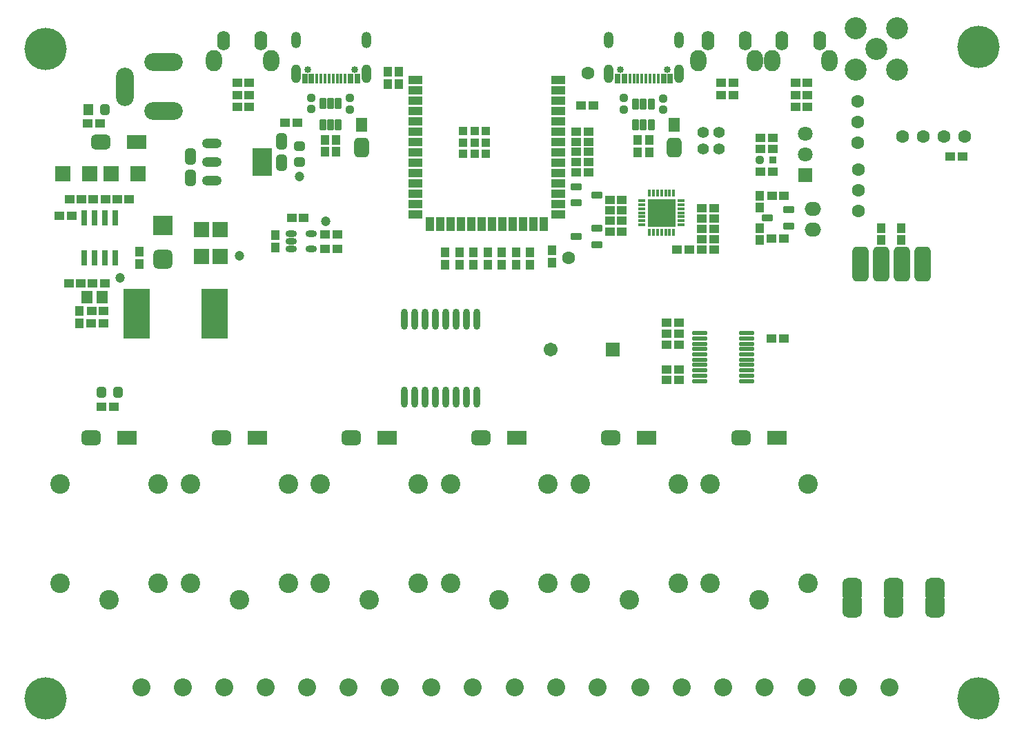
<source format=gts>
G04*
G04 #@! TF.GenerationSoftware,Altium Limited,Altium Designer,21.2.1 (34)*
G04*
G04 Layer_Color=8388736*
%FSTAX24Y24*%
%MOIN*%
G70*
G04*
G04 #@! TF.SameCoordinates,6CF6E2E0-1279-4785-91C8-ECC7A25CC669*
G04*
G04*
G04 #@! TF.FilePolarity,Negative*
G04*
G01*
G75*
G04:AMPARAMS|DCode=56|XSize=45.3mil|YSize=53.1mil|CornerRadius=12.8mil|HoleSize=0mil|Usage=FLASHONLY|Rotation=0.000|XOffset=0mil|YOffset=0mil|HoleType=Round|Shape=RoundedRectangle|*
%AMROUNDEDRECTD56*
21,1,0.0453,0.0276,0,0,0.0*
21,1,0.0197,0.0531,0,0,0.0*
1,1,0.0256,0.0098,-0.0138*
1,1,0.0256,-0.0098,-0.0138*
1,1,0.0256,-0.0098,0.0138*
1,1,0.0256,0.0098,0.0138*
%
%ADD56ROUNDEDRECTD56*%
%ADD57R,0.0453X0.0531*%
%ADD58R,0.0454X0.0434*%
%ADD59R,0.0434X0.0454*%
G04:AMPARAMS|DCode=60|XSize=35.4mil|YSize=55.1mil|CornerRadius=10.8mil|HoleSize=0mil|Usage=FLASHONLY|Rotation=270.000|XOffset=0mil|YOffset=0mil|HoleType=Round|Shape=RoundedRectangle|*
%AMROUNDEDRECTD60*
21,1,0.0354,0.0335,0,0,270.0*
21,1,0.0138,0.0551,0,0,270.0*
1,1,0.0217,-0.0167,-0.0069*
1,1,0.0217,-0.0167,0.0069*
1,1,0.0217,0.0167,0.0069*
1,1,0.0217,0.0167,-0.0069*
%
%ADD60ROUNDEDRECTD60*%
%ADD61R,0.0374X0.0374*%
G04:AMPARAMS|DCode=62|XSize=37.4mil|YSize=37.4mil|CornerRadius=10.8mil|HoleSize=0mil|Usage=FLASHONLY|Rotation=180.000|XOffset=0mil|YOffset=0mil|HoleType=Round|Shape=RoundedRectangle|*
%AMROUNDEDRECTD62*
21,1,0.0374,0.0157,0,0,180.0*
21,1,0.0157,0.0374,0,0,180.0*
1,1,0.0217,-0.0079,0.0079*
1,1,0.0217,0.0079,0.0079*
1,1,0.0217,0.0079,-0.0079*
1,1,0.0217,-0.0079,-0.0079*
%
%ADD62ROUNDEDRECTD62*%
%ADD63R,0.0158X0.0493*%
%ADD64R,0.0276X0.0493*%
G04:AMPARAMS|DCode=65|XSize=56mil|YSize=32.4mil|CornerRadius=7.7mil|HoleSize=0mil|Usage=FLASHONLY|Rotation=90.000|XOffset=0mil|YOffset=0mil|HoleType=Round|Shape=RoundedRectangle|*
%AMROUNDEDRECTD65*
21,1,0.0560,0.0171,0,0,90.0*
21,1,0.0407,0.0324,0,0,90.0*
1,1,0.0153,0.0085,0.0204*
1,1,0.0153,0.0085,-0.0204*
1,1,0.0153,-0.0085,-0.0204*
1,1,0.0153,-0.0085,0.0204*
%
%ADD65ROUNDEDRECTD65*%
%ADD66R,0.0551X0.0709*%
G04:AMPARAMS|DCode=67|XSize=70.9mil|YSize=94.5mil|CornerRadius=19.7mil|HoleSize=0mil|Usage=FLASHONLY|Rotation=0.000|XOffset=0mil|YOffset=0mil|HoleType=Round|Shape=RoundedRectangle|*
%AMROUNDEDRECTD67*
21,1,0.0709,0.0551,0,0,0.0*
21,1,0.0315,0.0945,0,0,0.0*
1,1,0.0394,0.0157,-0.0276*
1,1,0.0394,-0.0157,-0.0276*
1,1,0.0394,-0.0157,0.0276*
1,1,0.0394,0.0157,0.0276*
%
%ADD67ROUNDEDRECTD67*%
%ADD68O,0.0157X0.0374*%
%ADD69O,0.0374X0.0157*%
%ADD70R,0.1319X0.1319*%
%ADD71C,0.0474*%
%ADD72R,0.0749X0.0749*%
%ADD73O,0.0946X0.0474*%
%ADD74R,0.0946X0.1340*%
%ADD75R,0.0316X0.0749*%
%ADD76R,0.0552X0.0631*%
%ADD77R,0.1261X0.2442*%
%ADD78R,0.0946X0.0710*%
G04:AMPARAMS|DCode=79|XSize=71mil|YSize=94.6mil|CornerRadius=19.7mil|HoleSize=0mil|Usage=FLASHONLY|Rotation=270.000|XOffset=0mil|YOffset=0mil|HoleType=Round|Shape=RoundedRectangle|*
%AMROUNDEDRECTD79*
21,1,0.0710,0.0551,0,0,270.0*
21,1,0.0315,0.0946,0,0,270.0*
1,1,0.0395,-0.0276,-0.0157*
1,1,0.0395,-0.0276,0.0157*
1,1,0.0395,0.0276,0.0157*
1,1,0.0395,0.0276,-0.0157*
%
%ADD79ROUNDEDRECTD79*%
%ADD80R,0.0946X0.0946*%
G04:AMPARAMS|DCode=81|XSize=94.6mil|YSize=94.6mil|CornerRadius=25.7mil|HoleSize=0mil|Usage=FLASHONLY|Rotation=0.000|XOffset=0mil|YOffset=0mil|HoleType=Round|Shape=RoundedRectangle|*
%AMROUNDEDRECTD81*
21,1,0.0946,0.0433,0,0,0.0*
21,1,0.0433,0.0946,0,0,0.0*
1,1,0.0513,0.0217,-0.0217*
1,1,0.0513,-0.0217,-0.0217*
1,1,0.0513,-0.0217,0.0217*
1,1,0.0513,0.0217,0.0217*
%
%ADD81ROUNDEDRECTD81*%
%ADD82R,0.0749X0.0749*%
G04:AMPARAMS|DCode=83|XSize=53.1mil|YSize=76.8mil|CornerRadius=14.8mil|HoleSize=0mil|Usage=FLASHONLY|Rotation=180.000|XOffset=0mil|YOffset=0mil|HoleType=Round|Shape=RoundedRectangle|*
%AMROUNDEDRECTD83*
21,1,0.0531,0.0472,0,0,180.0*
21,1,0.0236,0.0768,0,0,180.0*
1,1,0.0295,-0.0118,0.0236*
1,1,0.0295,0.0118,0.0236*
1,1,0.0295,0.0118,-0.0236*
1,1,0.0295,-0.0118,-0.0236*
%
%ADD83ROUNDEDRECTD83*%
G04:AMPARAMS|DCode=84|XSize=45.3mil|YSize=53.1mil|CornerRadius=12.8mil|HoleSize=0mil|Usage=FLASHONLY|Rotation=90.000|XOffset=0mil|YOffset=0mil|HoleType=Round|Shape=RoundedRectangle|*
%AMROUNDEDRECTD84*
21,1,0.0453,0.0276,0,0,90.0*
21,1,0.0197,0.0531,0,0,90.0*
1,1,0.0256,0.0138,0.0098*
1,1,0.0256,0.0138,-0.0098*
1,1,0.0256,-0.0138,-0.0098*
1,1,0.0256,-0.0138,0.0098*
%
%ADD84ROUNDEDRECTD84*%
%ADD85O,0.0768X0.0217*%
%ADD86O,0.0316X0.1025*%
%ADD87R,0.0434X0.0671*%
%ADD88R,0.0671X0.0434*%
%ADD89R,0.0434X0.0434*%
%ADD90O,0.0552X0.0316*%
%ADD91C,0.0630*%
%ADD92O,0.0789X0.0671*%
%ADD93C,0.0552*%
%ADD94C,0.0710*%
%ADD95R,0.0710X0.0710*%
%ADD96O,0.0474X0.0906*%
%ADD97O,0.0474X0.0788*%
%ADD98C,0.0336*%
%ADD99C,0.2047*%
%ADD100O,0.0787X0.1024*%
%ADD101O,0.0630X0.0945*%
%ADD102C,0.0671*%
%ADD103R,0.0671X0.0671*%
%ADD104O,0.1852X0.0867*%
%ADD105O,0.0867X0.1852*%
%ADD106C,0.0867*%
%ADD107C,0.1064*%
%ADD108C,0.0945*%
G04:AMPARAMS|DCode=109|XSize=110.4mil|YSize=94.6mil|CornerRadius=25.7mil|HoleSize=0mil|Usage=FLASHONLY|Rotation=270.000|XOffset=0mil|YOffset=0mil|HoleType=Round|Shape=RoundedRectangle|*
%AMROUNDEDRECTD109*
21,1,0.1104,0.0433,0,0,270.0*
21,1,0.0591,0.0946,0,0,270.0*
1,1,0.0513,-0.0217,-0.0295*
1,1,0.0513,-0.0217,0.0295*
1,1,0.0513,0.0217,0.0295*
1,1,0.0513,0.0217,-0.0295*
%
%ADD109ROUNDEDRECTD109*%
G04:AMPARAMS|DCode=110|XSize=102.5mil|YSize=78.9mil|CornerRadius=21.7mil|HoleSize=0mil|Usage=FLASHONLY|Rotation=270.000|XOffset=0mil|YOffset=0mil|HoleType=Round|Shape=RoundedRectangle|*
%AMROUNDEDRECTD110*
21,1,0.1025,0.0354,0,0,270.0*
21,1,0.0591,0.0789,0,0,270.0*
1,1,0.0434,-0.0177,-0.0295*
1,1,0.0434,-0.0177,0.0295*
1,1,0.0434,0.0177,0.0295*
1,1,0.0434,0.0177,-0.0295*
%
%ADD110ROUNDEDRECTD110*%
D56*
X031831Y049693D02*
D03*
X032461Y036031D02*
D03*
X031673D02*
D03*
D57*
X031043Y049693D02*
D03*
D58*
X031614Y049023D02*
D03*
X031024D02*
D03*
X064646Y043472D02*
D03*
X064055D02*
D03*
X064655Y045538D02*
D03*
X064064D02*
D03*
X063524Y048315D02*
D03*
X064114D02*
D03*
X063524Y047803D02*
D03*
X064114D02*
D03*
Y0467D02*
D03*
X063524D02*
D03*
X054843Y049889D02*
D03*
X055433D02*
D03*
X055197Y04863D02*
D03*
X054606D02*
D03*
X055197Y048137D02*
D03*
X054606D02*
D03*
X055197Y047645D02*
D03*
X054606D02*
D03*
X055197Y047153D02*
D03*
X054606D02*
D03*
X055197Y046661D02*
D03*
X054606D02*
D03*
X072677Y047409D02*
D03*
X073268D02*
D03*
X04114Y049068D02*
D03*
X040549D02*
D03*
X031788Y03995D02*
D03*
X031197D02*
D03*
X030127Y04535D02*
D03*
X030718D02*
D03*
X031277D02*
D03*
X031868D02*
D03*
X031188Y039357D02*
D03*
X031778D02*
D03*
X030245Y04455D02*
D03*
X029655D02*
D03*
X031247Y0413D02*
D03*
X031838D02*
D03*
X030688D02*
D03*
X030097D02*
D03*
X032427Y04535D02*
D03*
X033018D02*
D03*
X031671Y035324D02*
D03*
X032262D02*
D03*
X038819Y049811D02*
D03*
X038228D02*
D03*
X065787D02*
D03*
X065197D02*
D03*
X038228Y050401D02*
D03*
X038819D02*
D03*
X038228Y050992D02*
D03*
X038819D02*
D03*
X065197Y050401D02*
D03*
X065787D02*
D03*
X065197Y050992D02*
D03*
X065787D02*
D03*
X061614Y050401D02*
D03*
X062205D02*
D03*
X061614Y050992D02*
D03*
X062205D02*
D03*
X064055Y03863D02*
D03*
X064646D02*
D03*
X059577Y036622D02*
D03*
X058986D02*
D03*
X058976Y037133D02*
D03*
X059567D02*
D03*
Y038315D02*
D03*
X058976D02*
D03*
X059567Y038866D02*
D03*
X058976D02*
D03*
X059567Y039378D02*
D03*
X058976D02*
D03*
X061277Y042931D02*
D03*
X060687D02*
D03*
X060677Y043433D02*
D03*
X061267D02*
D03*
X060677Y043935D02*
D03*
X061267D02*
D03*
X061277Y044437D02*
D03*
X060687D02*
D03*
X061267Y044939D02*
D03*
X060677D02*
D03*
X056819Y045333D02*
D03*
X056228D02*
D03*
X056819Y044821D02*
D03*
X056228D02*
D03*
X056819Y044309D02*
D03*
X056228D02*
D03*
X056819Y043797D02*
D03*
X056228D02*
D03*
X060079Y042921D02*
D03*
X059488D02*
D03*
X041457Y044456D02*
D03*
X040866D02*
D03*
X043071Y043669D02*
D03*
X04248D02*
D03*
X043071Y04296D02*
D03*
X04248D02*
D03*
D59*
X063484Y043964D02*
D03*
Y043374D02*
D03*
Y045539D02*
D03*
Y044948D02*
D03*
X043012Y048236D02*
D03*
Y047645D02*
D03*
X042461Y048236D02*
D03*
Y047645D02*
D03*
X053431Y042301D02*
D03*
Y042891D02*
D03*
X046029Y050926D02*
D03*
Y051517D02*
D03*
X045492Y050933D02*
D03*
Y051523D02*
D03*
X03061Y039948D02*
D03*
Y039358D02*
D03*
X033521Y042235D02*
D03*
Y042826D02*
D03*
X06935Y043964D02*
D03*
Y043374D02*
D03*
X070295Y043964D02*
D03*
Y043374D02*
D03*
X052382Y042193D02*
D03*
Y042783D02*
D03*
X051699Y042191D02*
D03*
Y042782D02*
D03*
X051017Y042191D02*
D03*
Y042782D02*
D03*
X050335Y042191D02*
D03*
Y042782D02*
D03*
X049652Y042191D02*
D03*
Y042782D02*
D03*
X04897Y042191D02*
D03*
Y042782D02*
D03*
X048287Y042193D02*
D03*
Y042783D02*
D03*
X05813Y048216D02*
D03*
Y047626D02*
D03*
X057579Y048216D02*
D03*
Y047626D02*
D03*
X040059Y04361D02*
D03*
Y043019D02*
D03*
D60*
X064862Y044063D02*
D03*
Y04485D02*
D03*
X063839Y044456D02*
D03*
X055618Y045569D02*
D03*
X054594Y045175D02*
D03*
Y045963D02*
D03*
Y043561D02*
D03*
X055618Y043955D02*
D03*
Y043167D02*
D03*
D61*
X064094Y047252D02*
D03*
D62*
X063465D02*
D03*
X043676Y050256D02*
D03*
Y049705D02*
D03*
X041791Y050263D02*
D03*
Y049712D02*
D03*
X058794Y050236D02*
D03*
Y049685D02*
D03*
X056909Y050244D02*
D03*
Y049693D02*
D03*
D63*
X042863Y051191D02*
D03*
X04247D02*
D03*
X04306D02*
D03*
X042666D02*
D03*
X042076D02*
D03*
X043257D02*
D03*
X043454D02*
D03*
X042273D02*
D03*
X057981D02*
D03*
X057588D02*
D03*
X058178D02*
D03*
X057785D02*
D03*
X057194D02*
D03*
X058375D02*
D03*
X058572D02*
D03*
X057391D02*
D03*
D64*
X04371D02*
D03*
X04182D02*
D03*
X041505D02*
D03*
X044025D02*
D03*
X058828D02*
D03*
X056938D02*
D03*
X056623D02*
D03*
X059143D02*
D03*
D65*
X04311Y049988D02*
D03*
X042736D02*
D03*
X042362D02*
D03*
Y048964D02*
D03*
X042736D02*
D03*
X04311D02*
D03*
X058228Y049968D02*
D03*
X057854D02*
D03*
X05748D02*
D03*
Y048944D02*
D03*
X057854D02*
D03*
X058228D02*
D03*
D66*
X044232Y048964D02*
D03*
X05935Y048944D02*
D03*
D67*
X044232Y047862D02*
D03*
X05935Y047842D02*
D03*
D68*
X058137Y043758D02*
D03*
X058334D02*
D03*
X058531D02*
D03*
X058728D02*
D03*
X058925D02*
D03*
X059122D02*
D03*
X059319D02*
D03*
Y045648D02*
D03*
X059122D02*
D03*
X058925D02*
D03*
X058728D02*
D03*
X058531D02*
D03*
X058334D02*
D03*
X058137D02*
D03*
D69*
X059673Y044112D02*
D03*
Y044309D02*
D03*
Y044506D02*
D03*
Y044703D02*
D03*
Y0449D02*
D03*
Y045096D02*
D03*
Y045293D02*
D03*
X057783D02*
D03*
Y045096D02*
D03*
Y0449D02*
D03*
Y044703D02*
D03*
Y044506D02*
D03*
Y044309D02*
D03*
Y044112D02*
D03*
D70*
X058728Y044703D02*
D03*
D71*
X0425Y044299D02*
D03*
X038327Y042606D02*
D03*
X032579Y041543D02*
D03*
X04124Y046464D02*
D03*
D72*
X03215Y0466D02*
D03*
X03345D02*
D03*
X0298D02*
D03*
X0311D02*
D03*
D73*
X037007Y048051D02*
D03*
Y047146D02*
D03*
Y04624D02*
D03*
D74*
X039448Y047146D02*
D03*
D75*
X03085Y042535D02*
D03*
X03135D02*
D03*
X03185D02*
D03*
X03235D02*
D03*
X03085Y044465D02*
D03*
X03135D02*
D03*
X03185D02*
D03*
X03235D02*
D03*
D76*
X030967Y040624D02*
D03*
X031715D02*
D03*
D77*
X033366Y039811D02*
D03*
X037146D02*
D03*
D78*
X033366Y048118D02*
D03*
X032916Y033835D02*
D03*
X039193D02*
D03*
X051745D02*
D03*
X058022D02*
D03*
X064298D02*
D03*
X045469D02*
D03*
D79*
X031634Y048118D02*
D03*
X031184Y033835D02*
D03*
X03746D02*
D03*
X050013D02*
D03*
X05629D02*
D03*
X062566D02*
D03*
X043737D02*
D03*
D80*
X034626Y044102D02*
D03*
D81*
Y042448D02*
D03*
D82*
X036497Y043876D02*
D03*
Y042577D02*
D03*
X037407Y043876D02*
D03*
Y042577D02*
D03*
D83*
X040374Y048157D02*
D03*
Y047133D02*
D03*
X035977Y046402D02*
D03*
Y047426D02*
D03*
D84*
X041225Y047145D02*
D03*
Y047932D02*
D03*
D85*
X060571Y038876D02*
D03*
Y03862D02*
D03*
Y038364D02*
D03*
Y038108D02*
D03*
Y037852D02*
D03*
Y037596D02*
D03*
Y03734D02*
D03*
Y037084D02*
D03*
Y036828D02*
D03*
Y036572D02*
D03*
X062854Y038876D02*
D03*
Y03862D02*
D03*
Y038364D02*
D03*
Y038108D02*
D03*
Y037852D02*
D03*
Y037596D02*
D03*
Y03734D02*
D03*
Y037084D02*
D03*
Y036828D02*
D03*
Y036572D02*
D03*
D86*
X048821Y039555D02*
D03*
X046821Y035775D02*
D03*
X048821D02*
D03*
X046321Y039555D02*
D03*
X049821Y035775D02*
D03*
X046821Y039555D02*
D03*
X049321D02*
D03*
X047321D02*
D03*
X047821D02*
D03*
X048321Y035775D02*
D03*
X047321D02*
D03*
X046321D02*
D03*
X048321Y039555D02*
D03*
X047821Y035775D02*
D03*
X049321D02*
D03*
X049821Y039555D02*
D03*
D87*
X053045Y044141D02*
D03*
X052545D02*
D03*
X052045D02*
D03*
X051545D02*
D03*
X051045D02*
D03*
X050545D02*
D03*
X050045D02*
D03*
X049545D02*
D03*
X049045D02*
D03*
X048545D02*
D03*
X048045D02*
D03*
X047545D02*
D03*
D88*
X05374Y051133D02*
D03*
Y050633D02*
D03*
Y050133D02*
D03*
Y049633D02*
D03*
Y049133D02*
D03*
Y048633D02*
D03*
Y048133D02*
D03*
Y047633D02*
D03*
Y047133D02*
D03*
Y046633D02*
D03*
Y046133D02*
D03*
Y045633D02*
D03*
Y045133D02*
D03*
Y044633D02*
D03*
X04685D02*
D03*
Y045133D02*
D03*
Y045633D02*
D03*
Y046133D02*
D03*
Y046633D02*
D03*
Y047133D02*
D03*
Y047633D02*
D03*
Y048133D02*
D03*
Y048633D02*
D03*
Y049133D02*
D03*
Y049633D02*
D03*
Y050133D02*
D03*
Y050633D02*
D03*
Y051133D02*
D03*
D89*
X050256Y048645D02*
D03*
X049705D02*
D03*
X049154D02*
D03*
X050256Y047543D02*
D03*
X049705D02*
D03*
X049154D02*
D03*
X050256Y048094D02*
D03*
X049154D02*
D03*
X049705D02*
D03*
D90*
X041791Y042941D02*
D03*
X040846Y043315D02*
D03*
Y043689D02*
D03*
Y042941D02*
D03*
X041791Y043689D02*
D03*
D91*
X054232Y042527D02*
D03*
X068211Y0481D02*
D03*
Y0491D02*
D03*
Y0501D02*
D03*
X06825Y046786D02*
D03*
Y045786D02*
D03*
Y044786D02*
D03*
X055177Y051464D02*
D03*
X07037Y048393D02*
D03*
X07137D02*
D03*
X07237D02*
D03*
X07337D02*
D03*
D92*
X066043Y043878D02*
D03*
Y044878D02*
D03*
D93*
X060728Y04859D02*
D03*
Y047803D02*
D03*
X061516Y04859D02*
D03*
Y047803D02*
D03*
D94*
X065689Y048527D02*
D03*
Y047527D02*
D03*
D95*
Y046527D02*
D03*
D96*
X041064Y051417D02*
D03*
X044466Y051417D02*
D03*
X056182Y051417D02*
D03*
X059584Y051417D02*
D03*
D97*
X041064Y053051D02*
D03*
X044466Y053051D02*
D03*
X056182Y053051D02*
D03*
X059584Y053051D02*
D03*
D98*
X041627Y051614D02*
D03*
X043903D02*
D03*
X056745D02*
D03*
X059021D02*
D03*
D99*
X074055Y021228D02*
D03*
X028976D02*
D03*
X074055Y052724D02*
D03*
X028976Y052626D02*
D03*
D100*
X063248Y052055D02*
D03*
X060492D02*
D03*
X064078D02*
D03*
X066833D02*
D03*
X037106D02*
D03*
X039862D02*
D03*
D101*
X060965Y053039D02*
D03*
X062776D02*
D03*
X066361D02*
D03*
X06455D02*
D03*
X03939D02*
D03*
X037579D02*
D03*
D102*
X053366Y038078D02*
D03*
D103*
X056358D02*
D03*
D104*
X034665Y049614D02*
D03*
Y051976D02*
D03*
D105*
X032815Y050795D02*
D03*
D106*
X0637Y02175D02*
D03*
X0617D02*
D03*
X0597D02*
D03*
X0577D02*
D03*
X0496D02*
D03*
X0476D02*
D03*
X0456D02*
D03*
X0436D02*
D03*
X0416D02*
D03*
X0396D02*
D03*
X0376D02*
D03*
X0356D02*
D03*
X0336D02*
D03*
X05165D02*
D03*
X05365D02*
D03*
X05565D02*
D03*
X06575D02*
D03*
X06775D02*
D03*
X06975D02*
D03*
D107*
X068114Y053606D02*
D03*
X070114D02*
D03*
Y051606D02*
D03*
X068114D02*
D03*
X069114Y052606D02*
D03*
D108*
X065812Y031595D02*
D03*
X061088D02*
D03*
X065812Y026792D02*
D03*
X06345Y026005D02*
D03*
X061088Y026792D02*
D03*
X034412Y031595D02*
D03*
X029688D02*
D03*
X034412Y026792D02*
D03*
X03205Y026005D02*
D03*
X029688Y026792D02*
D03*
X040692Y031595D02*
D03*
X035968D02*
D03*
X040692Y026792D02*
D03*
X03833Y026005D02*
D03*
X035968Y026792D02*
D03*
X046972Y031595D02*
D03*
X042248D02*
D03*
X046972Y026792D02*
D03*
X04461Y026005D02*
D03*
X042248Y026792D02*
D03*
X053252Y031595D02*
D03*
X048528D02*
D03*
X053252Y026792D02*
D03*
X05089Y026005D02*
D03*
X048528Y026792D02*
D03*
X059532Y031595D02*
D03*
X054808D02*
D03*
X059532Y026792D02*
D03*
X05717Y026005D02*
D03*
X054808Y026792D02*
D03*
D109*
X071925Y026498D02*
D03*
X069925D02*
D03*
X067925D02*
D03*
X071925Y025698D02*
D03*
X069925D02*
D03*
X067925D02*
D03*
D110*
X068325Y041898D02*
D03*
X071325D02*
D03*
X070325D02*
D03*
X069325D02*
D03*
X071325Y042548D02*
D03*
X070325D02*
D03*
X069325D02*
D03*
X068325D02*
D03*
M02*

</source>
